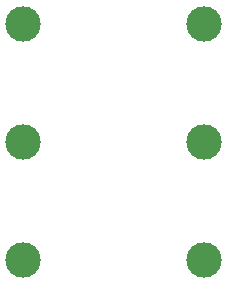
<source format=gts>
%TF.GenerationSoftware,KiCad,Pcbnew,(5.1.8-0-10_14)*%
%TF.CreationDate,2021-06-26T19:18:40+01:00*%
%TF.ProjectId,breadboard-power-distrib,62726561-6462-46f6-9172-642d706f7765,v01*%
%TF.SameCoordinates,Original*%
%TF.FileFunction,Soldermask,Top*%
%TF.FilePolarity,Negative*%
%FSLAX46Y46*%
G04 Gerber Fmt 4.6, Leading zero omitted, Abs format (unit mm)*
G04 Created by KiCad (PCBNEW (5.1.8-0-10_14)) date 2021-06-26 19:18:40*
%MOMM*%
%LPD*%
G01*
G04 APERTURE LIST*
%ADD10C,3.000000*%
G04 APERTURE END LIST*
D10*
%TO.C,J3*%
X97250000Y-62500000D03*
X112550000Y-62500000D03*
%TD*%
%TO.C,J4*%
X97250000Y-72500000D03*
X112550000Y-72500000D03*
%TD*%
%TO.C,J5*%
X97250000Y-82500000D03*
X112550000Y-82500000D03*
%TD*%
M02*

</source>
